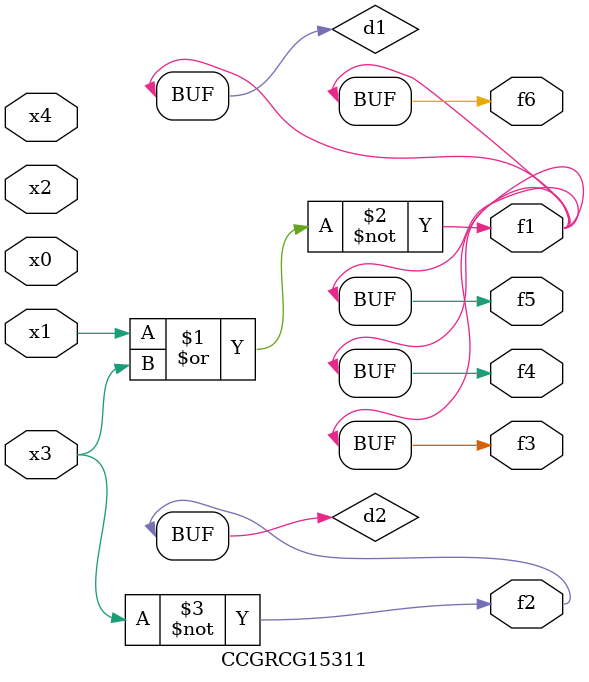
<source format=v>
module CCGRCG15311(
	input x0, x1, x2, x3, x4,
	output f1, f2, f3, f4, f5, f6
);

	wire d1, d2;

	nor (d1, x1, x3);
	not (d2, x3);
	assign f1 = d1;
	assign f2 = d2;
	assign f3 = d1;
	assign f4 = d1;
	assign f5 = d1;
	assign f6 = d1;
endmodule

</source>
